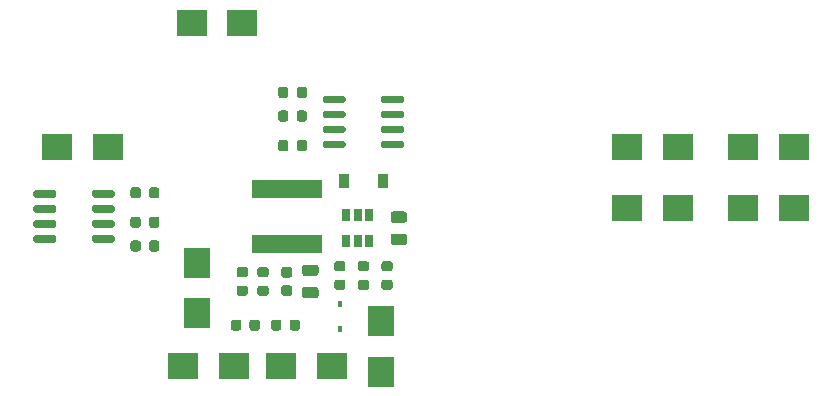
<source format=gbr>
G04 #@! TF.GenerationSoftware,KiCad,Pcbnew,5.1.9-73d0e3b20d~88~ubuntu20.04.1*
G04 #@! TF.CreationDate,2021-04-26T21:02:44-06:00*
G04 #@! TF.ProjectId,pole-node,706f6c65-2d6e-46f6-9465-2e6b69636164,rev?*
G04 #@! TF.SameCoordinates,Original*
G04 #@! TF.FileFunction,Paste,Top*
G04 #@! TF.FilePolarity,Positive*
%FSLAX46Y46*%
G04 Gerber Fmt 4.6, Leading zero omitted, Abs format (unit mm)*
G04 Created by KiCad (PCBNEW 5.1.9-73d0e3b20d~88~ubuntu20.04.1) date 2021-04-26 21:02:44*
%MOMM*%
%LPD*%
G01*
G04 APERTURE LIST*
%ADD10R,2.500000X2.300000*%
%ADD11R,2.300000X2.500000*%
%ADD12R,0.650000X1.060000*%
%ADD13R,5.900000X1.600000*%
%ADD14R,0.450000X0.600000*%
%ADD15R,0.900000X1.200000*%
G04 APERTURE END LIST*
D10*
X88850000Y-53800000D03*
X93150000Y-53800000D03*
D11*
X52400000Y-58400000D03*
X52400000Y-62700000D03*
D10*
X44850000Y-48600000D03*
X40550000Y-48600000D03*
X56250000Y-38100000D03*
X51950000Y-38100000D03*
X98650000Y-48600000D03*
X102950000Y-48600000D03*
X98650000Y-53800000D03*
X102950000Y-53800000D03*
X88850000Y-48600000D03*
X93150000Y-48600000D03*
X63850000Y-67200000D03*
X59550000Y-67200000D03*
X55550000Y-67200000D03*
X51250000Y-67200000D03*
D11*
X68000000Y-63350000D03*
X68000000Y-67650000D03*
G36*
G01*
X59750000Y-60325000D02*
X60250000Y-60325000D01*
G75*
G02*
X60475000Y-60550000I0J-225000D01*
G01*
X60475000Y-61000000D01*
G75*
G02*
X60250000Y-61225000I-225000J0D01*
G01*
X59750000Y-61225000D01*
G75*
G02*
X59525000Y-61000000I0J225000D01*
G01*
X59525000Y-60550000D01*
G75*
G02*
X59750000Y-60325000I225000J0D01*
G01*
G37*
G36*
G01*
X59750000Y-58775000D02*
X60250000Y-58775000D01*
G75*
G02*
X60475000Y-59000000I0J-225000D01*
G01*
X60475000Y-59450000D01*
G75*
G02*
X60250000Y-59675000I-225000J0D01*
G01*
X59750000Y-59675000D01*
G75*
G02*
X59525000Y-59450000I0J225000D01*
G01*
X59525000Y-59000000D01*
G75*
G02*
X59750000Y-58775000I225000J0D01*
G01*
G37*
G36*
G01*
X60250000Y-63956250D02*
X60250000Y-63443750D01*
G75*
G02*
X60468750Y-63225000I218750J0D01*
G01*
X60906250Y-63225000D01*
G75*
G02*
X61125000Y-63443750I0J-218750D01*
G01*
X61125000Y-63956250D01*
G75*
G02*
X60906250Y-64175000I-218750J0D01*
G01*
X60468750Y-64175000D01*
G75*
G02*
X60250000Y-63956250I0J218750D01*
G01*
G37*
G36*
G01*
X58675000Y-63956250D02*
X58675000Y-63443750D01*
G75*
G02*
X58893750Y-63225000I218750J0D01*
G01*
X59331250Y-63225000D01*
G75*
G02*
X59550000Y-63443750I0J-218750D01*
G01*
X59550000Y-63956250D01*
G75*
G02*
X59331250Y-64175000I-218750J0D01*
G01*
X58893750Y-64175000D01*
G75*
G02*
X58675000Y-63956250I0J218750D01*
G01*
G37*
G36*
G01*
X43500000Y-52745000D02*
X43500000Y-52445000D01*
G75*
G02*
X43650000Y-52295000I150000J0D01*
G01*
X45300000Y-52295000D01*
G75*
G02*
X45450000Y-52445000I0J-150000D01*
G01*
X45450000Y-52745000D01*
G75*
G02*
X45300000Y-52895000I-150000J0D01*
G01*
X43650000Y-52895000D01*
G75*
G02*
X43500000Y-52745000I0J150000D01*
G01*
G37*
G36*
G01*
X43500000Y-54015000D02*
X43500000Y-53715000D01*
G75*
G02*
X43650000Y-53565000I150000J0D01*
G01*
X45300000Y-53565000D01*
G75*
G02*
X45450000Y-53715000I0J-150000D01*
G01*
X45450000Y-54015000D01*
G75*
G02*
X45300000Y-54165000I-150000J0D01*
G01*
X43650000Y-54165000D01*
G75*
G02*
X43500000Y-54015000I0J150000D01*
G01*
G37*
G36*
G01*
X43500000Y-55285000D02*
X43500000Y-54985000D01*
G75*
G02*
X43650000Y-54835000I150000J0D01*
G01*
X45300000Y-54835000D01*
G75*
G02*
X45450000Y-54985000I0J-150000D01*
G01*
X45450000Y-55285000D01*
G75*
G02*
X45300000Y-55435000I-150000J0D01*
G01*
X43650000Y-55435000D01*
G75*
G02*
X43500000Y-55285000I0J150000D01*
G01*
G37*
G36*
G01*
X43500000Y-56555000D02*
X43500000Y-56255000D01*
G75*
G02*
X43650000Y-56105000I150000J0D01*
G01*
X45300000Y-56105000D01*
G75*
G02*
X45450000Y-56255000I0J-150000D01*
G01*
X45450000Y-56555000D01*
G75*
G02*
X45300000Y-56705000I-150000J0D01*
G01*
X43650000Y-56705000D01*
G75*
G02*
X43500000Y-56555000I0J150000D01*
G01*
G37*
G36*
G01*
X38550000Y-56555000D02*
X38550000Y-56255000D01*
G75*
G02*
X38700000Y-56105000I150000J0D01*
G01*
X40350000Y-56105000D01*
G75*
G02*
X40500000Y-56255000I0J-150000D01*
G01*
X40500000Y-56555000D01*
G75*
G02*
X40350000Y-56705000I-150000J0D01*
G01*
X38700000Y-56705000D01*
G75*
G02*
X38550000Y-56555000I0J150000D01*
G01*
G37*
G36*
G01*
X38550000Y-55285000D02*
X38550000Y-54985000D01*
G75*
G02*
X38700000Y-54835000I150000J0D01*
G01*
X40350000Y-54835000D01*
G75*
G02*
X40500000Y-54985000I0J-150000D01*
G01*
X40500000Y-55285000D01*
G75*
G02*
X40350000Y-55435000I-150000J0D01*
G01*
X38700000Y-55435000D01*
G75*
G02*
X38550000Y-55285000I0J150000D01*
G01*
G37*
G36*
G01*
X38550000Y-54015000D02*
X38550000Y-53715000D01*
G75*
G02*
X38700000Y-53565000I150000J0D01*
G01*
X40350000Y-53565000D01*
G75*
G02*
X40500000Y-53715000I0J-150000D01*
G01*
X40500000Y-54015000D01*
G75*
G02*
X40350000Y-54165000I-150000J0D01*
G01*
X38700000Y-54165000D01*
G75*
G02*
X38550000Y-54015000I0J150000D01*
G01*
G37*
G36*
G01*
X38550000Y-52745000D02*
X38550000Y-52445000D01*
G75*
G02*
X38700000Y-52295000I150000J0D01*
G01*
X40350000Y-52295000D01*
G75*
G02*
X40500000Y-52445000I0J-150000D01*
G01*
X40500000Y-52745000D01*
G75*
G02*
X40350000Y-52895000I-150000J0D01*
G01*
X38700000Y-52895000D01*
G75*
G02*
X38550000Y-52745000I0J150000D01*
G01*
G37*
G36*
G01*
X65000000Y-48255000D02*
X65000000Y-48555000D01*
G75*
G02*
X64850000Y-48705000I-150000J0D01*
G01*
X63200000Y-48705000D01*
G75*
G02*
X63050000Y-48555000I0J150000D01*
G01*
X63050000Y-48255000D01*
G75*
G02*
X63200000Y-48105000I150000J0D01*
G01*
X64850000Y-48105000D01*
G75*
G02*
X65000000Y-48255000I0J-150000D01*
G01*
G37*
G36*
G01*
X65000000Y-46985000D02*
X65000000Y-47285000D01*
G75*
G02*
X64850000Y-47435000I-150000J0D01*
G01*
X63200000Y-47435000D01*
G75*
G02*
X63050000Y-47285000I0J150000D01*
G01*
X63050000Y-46985000D01*
G75*
G02*
X63200000Y-46835000I150000J0D01*
G01*
X64850000Y-46835000D01*
G75*
G02*
X65000000Y-46985000I0J-150000D01*
G01*
G37*
G36*
G01*
X65000000Y-45715000D02*
X65000000Y-46015000D01*
G75*
G02*
X64850000Y-46165000I-150000J0D01*
G01*
X63200000Y-46165000D01*
G75*
G02*
X63050000Y-46015000I0J150000D01*
G01*
X63050000Y-45715000D01*
G75*
G02*
X63200000Y-45565000I150000J0D01*
G01*
X64850000Y-45565000D01*
G75*
G02*
X65000000Y-45715000I0J-150000D01*
G01*
G37*
G36*
G01*
X65000000Y-44445000D02*
X65000000Y-44745000D01*
G75*
G02*
X64850000Y-44895000I-150000J0D01*
G01*
X63200000Y-44895000D01*
G75*
G02*
X63050000Y-44745000I0J150000D01*
G01*
X63050000Y-44445000D01*
G75*
G02*
X63200000Y-44295000I150000J0D01*
G01*
X64850000Y-44295000D01*
G75*
G02*
X65000000Y-44445000I0J-150000D01*
G01*
G37*
G36*
G01*
X69950000Y-44445000D02*
X69950000Y-44745000D01*
G75*
G02*
X69800000Y-44895000I-150000J0D01*
G01*
X68150000Y-44895000D01*
G75*
G02*
X68000000Y-44745000I0J150000D01*
G01*
X68000000Y-44445000D01*
G75*
G02*
X68150000Y-44295000I150000J0D01*
G01*
X69800000Y-44295000D01*
G75*
G02*
X69950000Y-44445000I0J-150000D01*
G01*
G37*
G36*
G01*
X69950000Y-45715000D02*
X69950000Y-46015000D01*
G75*
G02*
X69800000Y-46165000I-150000J0D01*
G01*
X68150000Y-46165000D01*
G75*
G02*
X68000000Y-46015000I0J150000D01*
G01*
X68000000Y-45715000D01*
G75*
G02*
X68150000Y-45565000I150000J0D01*
G01*
X69800000Y-45565000D01*
G75*
G02*
X69950000Y-45715000I0J-150000D01*
G01*
G37*
G36*
G01*
X69950000Y-46985000D02*
X69950000Y-47285000D01*
G75*
G02*
X69800000Y-47435000I-150000J0D01*
G01*
X68150000Y-47435000D01*
G75*
G02*
X68000000Y-47285000I0J150000D01*
G01*
X68000000Y-46985000D01*
G75*
G02*
X68150000Y-46835000I150000J0D01*
G01*
X69800000Y-46835000D01*
G75*
G02*
X69950000Y-46985000I0J-150000D01*
G01*
G37*
G36*
G01*
X69950000Y-48255000D02*
X69950000Y-48555000D01*
G75*
G02*
X69800000Y-48705000I-150000J0D01*
G01*
X68150000Y-48705000D01*
G75*
G02*
X68000000Y-48555000I0J150000D01*
G01*
X68000000Y-48255000D01*
G75*
G02*
X68150000Y-48105000I150000J0D01*
G01*
X69800000Y-48105000D01*
G75*
G02*
X69950000Y-48255000I0J-150000D01*
G01*
G37*
D12*
X66000000Y-54400000D03*
X65050000Y-54400000D03*
X66950000Y-54400000D03*
X66950000Y-56600000D03*
X66000000Y-56600000D03*
X65050000Y-56600000D03*
G36*
G01*
X57743750Y-60350000D02*
X58256250Y-60350000D01*
G75*
G02*
X58475000Y-60568750I0J-218750D01*
G01*
X58475000Y-61006250D01*
G75*
G02*
X58256250Y-61225000I-218750J0D01*
G01*
X57743750Y-61225000D01*
G75*
G02*
X57525000Y-61006250I0J218750D01*
G01*
X57525000Y-60568750D01*
G75*
G02*
X57743750Y-60350000I218750J0D01*
G01*
G37*
G36*
G01*
X57743750Y-58775000D02*
X58256250Y-58775000D01*
G75*
G02*
X58475000Y-58993750I0J-218750D01*
G01*
X58475000Y-59431250D01*
G75*
G02*
X58256250Y-59650000I-218750J0D01*
G01*
X57743750Y-59650000D01*
G75*
G02*
X57525000Y-59431250I0J218750D01*
G01*
X57525000Y-58993750D01*
G75*
G02*
X57743750Y-58775000I218750J0D01*
G01*
G37*
G36*
G01*
X48350000Y-55256250D02*
X48350000Y-54743750D01*
G75*
G02*
X48568750Y-54525000I218750J0D01*
G01*
X49006250Y-54525000D01*
G75*
G02*
X49225000Y-54743750I0J-218750D01*
G01*
X49225000Y-55256250D01*
G75*
G02*
X49006250Y-55475000I-218750J0D01*
G01*
X48568750Y-55475000D01*
G75*
G02*
X48350000Y-55256250I0J218750D01*
G01*
G37*
G36*
G01*
X46775000Y-55256250D02*
X46775000Y-54743750D01*
G75*
G02*
X46993750Y-54525000I218750J0D01*
G01*
X47431250Y-54525000D01*
G75*
G02*
X47650000Y-54743750I0J-218750D01*
G01*
X47650000Y-55256250D01*
G75*
G02*
X47431250Y-55475000I-218750J0D01*
G01*
X46993750Y-55475000D01*
G75*
G02*
X46775000Y-55256250I0J218750D01*
G01*
G37*
G36*
G01*
X60150000Y-45743750D02*
X60150000Y-46256250D01*
G75*
G02*
X59931250Y-46475000I-218750J0D01*
G01*
X59493750Y-46475000D01*
G75*
G02*
X59275000Y-46256250I0J218750D01*
G01*
X59275000Y-45743750D01*
G75*
G02*
X59493750Y-45525000I218750J0D01*
G01*
X59931250Y-45525000D01*
G75*
G02*
X60150000Y-45743750I0J-218750D01*
G01*
G37*
G36*
G01*
X61725000Y-45743750D02*
X61725000Y-46256250D01*
G75*
G02*
X61506250Y-46475000I-218750J0D01*
G01*
X61068750Y-46475000D01*
G75*
G02*
X60850000Y-46256250I0J218750D01*
G01*
X60850000Y-45743750D01*
G75*
G02*
X61068750Y-45525000I218750J0D01*
G01*
X61506250Y-45525000D01*
G75*
G02*
X61725000Y-45743750I0J-218750D01*
G01*
G37*
G36*
G01*
X68243750Y-59850000D02*
X68756250Y-59850000D01*
G75*
G02*
X68975000Y-60068750I0J-218750D01*
G01*
X68975000Y-60506250D01*
G75*
G02*
X68756250Y-60725000I-218750J0D01*
G01*
X68243750Y-60725000D01*
G75*
G02*
X68025000Y-60506250I0J218750D01*
G01*
X68025000Y-60068750D01*
G75*
G02*
X68243750Y-59850000I218750J0D01*
G01*
G37*
G36*
G01*
X68243750Y-58275000D02*
X68756250Y-58275000D01*
G75*
G02*
X68975000Y-58493750I0J-218750D01*
G01*
X68975000Y-58931250D01*
G75*
G02*
X68756250Y-59150000I-218750J0D01*
G01*
X68243750Y-59150000D01*
G75*
G02*
X68025000Y-58931250I0J218750D01*
G01*
X68025000Y-58493750D01*
G75*
G02*
X68243750Y-58275000I218750J0D01*
G01*
G37*
G36*
G01*
X66756250Y-59150000D02*
X66243750Y-59150000D01*
G75*
G02*
X66025000Y-58931250I0J218750D01*
G01*
X66025000Y-58493750D01*
G75*
G02*
X66243750Y-58275000I218750J0D01*
G01*
X66756250Y-58275000D01*
G75*
G02*
X66975000Y-58493750I0J-218750D01*
G01*
X66975000Y-58931250D01*
G75*
G02*
X66756250Y-59150000I-218750J0D01*
G01*
G37*
G36*
G01*
X66756250Y-60725000D02*
X66243750Y-60725000D01*
G75*
G02*
X66025000Y-60506250I0J218750D01*
G01*
X66025000Y-60068750D01*
G75*
G02*
X66243750Y-59850000I218750J0D01*
G01*
X66756250Y-59850000D01*
G75*
G02*
X66975000Y-60068750I0J-218750D01*
G01*
X66975000Y-60506250D01*
G75*
G02*
X66756250Y-60725000I-218750J0D01*
G01*
G37*
D13*
X60000000Y-56850000D03*
X60000000Y-52150000D03*
G36*
G01*
X55993750Y-60350000D02*
X56506250Y-60350000D01*
G75*
G02*
X56725000Y-60568750I0J-218750D01*
G01*
X56725000Y-61006250D01*
G75*
G02*
X56506250Y-61225000I-218750J0D01*
G01*
X55993750Y-61225000D01*
G75*
G02*
X55775000Y-61006250I0J218750D01*
G01*
X55775000Y-60568750D01*
G75*
G02*
X55993750Y-60350000I218750J0D01*
G01*
G37*
G36*
G01*
X55993750Y-58775000D02*
X56506250Y-58775000D01*
G75*
G02*
X56725000Y-58993750I0J-218750D01*
G01*
X56725000Y-59431250D01*
G75*
G02*
X56506250Y-59650000I-218750J0D01*
G01*
X55993750Y-59650000D01*
G75*
G02*
X55775000Y-59431250I0J218750D01*
G01*
X55775000Y-58993750D01*
G75*
G02*
X55993750Y-58775000I218750J0D01*
G01*
G37*
D14*
X64500000Y-64050000D03*
X64500000Y-61950000D03*
D15*
X68150000Y-51500000D03*
X64850000Y-51500000D03*
G36*
G01*
X56850000Y-63956250D02*
X56850000Y-63443750D01*
G75*
G02*
X57068750Y-63225000I218750J0D01*
G01*
X57506250Y-63225000D01*
G75*
G02*
X57725000Y-63443750I0J-218750D01*
G01*
X57725000Y-63956250D01*
G75*
G02*
X57506250Y-64175000I-218750J0D01*
G01*
X57068750Y-64175000D01*
G75*
G02*
X56850000Y-63956250I0J218750D01*
G01*
G37*
G36*
G01*
X55275000Y-63956250D02*
X55275000Y-63443750D01*
G75*
G02*
X55493750Y-63225000I218750J0D01*
G01*
X55931250Y-63225000D01*
G75*
G02*
X56150000Y-63443750I0J-218750D01*
G01*
X56150000Y-63956250D01*
G75*
G02*
X55931250Y-64175000I-218750J0D01*
G01*
X55493750Y-64175000D01*
G75*
G02*
X55275000Y-63956250I0J218750D01*
G01*
G37*
G36*
G01*
X48350000Y-52756250D02*
X48350000Y-52243750D01*
G75*
G02*
X48568750Y-52025000I218750J0D01*
G01*
X49006250Y-52025000D01*
G75*
G02*
X49225000Y-52243750I0J-218750D01*
G01*
X49225000Y-52756250D01*
G75*
G02*
X49006250Y-52975000I-218750J0D01*
G01*
X48568750Y-52975000D01*
G75*
G02*
X48350000Y-52756250I0J218750D01*
G01*
G37*
G36*
G01*
X46775000Y-52756250D02*
X46775000Y-52243750D01*
G75*
G02*
X46993750Y-52025000I218750J0D01*
G01*
X47431250Y-52025000D01*
G75*
G02*
X47650000Y-52243750I0J-218750D01*
G01*
X47650000Y-52756250D01*
G75*
G02*
X47431250Y-52975000I-218750J0D01*
G01*
X46993750Y-52975000D01*
G75*
G02*
X46775000Y-52756250I0J218750D01*
G01*
G37*
G36*
G01*
X60150000Y-48243750D02*
X60150000Y-48756250D01*
G75*
G02*
X59931250Y-48975000I-218750J0D01*
G01*
X59493750Y-48975000D01*
G75*
G02*
X59275000Y-48756250I0J218750D01*
G01*
X59275000Y-48243750D01*
G75*
G02*
X59493750Y-48025000I218750J0D01*
G01*
X59931250Y-48025000D01*
G75*
G02*
X60150000Y-48243750I0J-218750D01*
G01*
G37*
G36*
G01*
X61725000Y-48243750D02*
X61725000Y-48756250D01*
G75*
G02*
X61506250Y-48975000I-218750J0D01*
G01*
X61068750Y-48975000D01*
G75*
G02*
X60850000Y-48756250I0J218750D01*
G01*
X60850000Y-48243750D01*
G75*
G02*
X61068750Y-48025000I218750J0D01*
G01*
X61506250Y-48025000D01*
G75*
G02*
X61725000Y-48243750I0J-218750D01*
G01*
G37*
G36*
G01*
X47650000Y-56743750D02*
X47650000Y-57256250D01*
G75*
G02*
X47431250Y-57475000I-218750J0D01*
G01*
X46993750Y-57475000D01*
G75*
G02*
X46775000Y-57256250I0J218750D01*
G01*
X46775000Y-56743750D01*
G75*
G02*
X46993750Y-56525000I218750J0D01*
G01*
X47431250Y-56525000D01*
G75*
G02*
X47650000Y-56743750I0J-218750D01*
G01*
G37*
G36*
G01*
X49225000Y-56743750D02*
X49225000Y-57256250D01*
G75*
G02*
X49006250Y-57475000I-218750J0D01*
G01*
X48568750Y-57475000D01*
G75*
G02*
X48350000Y-57256250I0J218750D01*
G01*
X48350000Y-56743750D01*
G75*
G02*
X48568750Y-56525000I218750J0D01*
G01*
X49006250Y-56525000D01*
G75*
G02*
X49225000Y-56743750I0J-218750D01*
G01*
G37*
G36*
G01*
X60850000Y-44256250D02*
X60850000Y-43743750D01*
G75*
G02*
X61068750Y-43525000I218750J0D01*
G01*
X61506250Y-43525000D01*
G75*
G02*
X61725000Y-43743750I0J-218750D01*
G01*
X61725000Y-44256250D01*
G75*
G02*
X61506250Y-44475000I-218750J0D01*
G01*
X61068750Y-44475000D01*
G75*
G02*
X60850000Y-44256250I0J218750D01*
G01*
G37*
G36*
G01*
X59275000Y-44256250D02*
X59275000Y-43743750D01*
G75*
G02*
X59493750Y-43525000I218750J0D01*
G01*
X59931250Y-43525000D01*
G75*
G02*
X60150000Y-43743750I0J-218750D01*
G01*
X60150000Y-44256250D01*
G75*
G02*
X59931250Y-44475000I-218750J0D01*
G01*
X59493750Y-44475000D01*
G75*
G02*
X59275000Y-44256250I0J218750D01*
G01*
G37*
G36*
G01*
X61543750Y-60450000D02*
X62456250Y-60450000D01*
G75*
G02*
X62700000Y-60693750I0J-243750D01*
G01*
X62700000Y-61181250D01*
G75*
G02*
X62456250Y-61425000I-243750J0D01*
G01*
X61543750Y-61425000D01*
G75*
G02*
X61300000Y-61181250I0J243750D01*
G01*
X61300000Y-60693750D01*
G75*
G02*
X61543750Y-60450000I243750J0D01*
G01*
G37*
G36*
G01*
X61543750Y-58575000D02*
X62456250Y-58575000D01*
G75*
G02*
X62700000Y-58818750I0J-243750D01*
G01*
X62700000Y-59306250D01*
G75*
G02*
X62456250Y-59550000I-243750J0D01*
G01*
X61543750Y-59550000D01*
G75*
G02*
X61300000Y-59306250I0J243750D01*
G01*
X61300000Y-58818750D01*
G75*
G02*
X61543750Y-58575000I243750J0D01*
G01*
G37*
G36*
G01*
X64756250Y-59150000D02*
X64243750Y-59150000D01*
G75*
G02*
X64025000Y-58931250I0J218750D01*
G01*
X64025000Y-58493750D01*
G75*
G02*
X64243750Y-58275000I218750J0D01*
G01*
X64756250Y-58275000D01*
G75*
G02*
X64975000Y-58493750I0J-218750D01*
G01*
X64975000Y-58931250D01*
G75*
G02*
X64756250Y-59150000I-218750J0D01*
G01*
G37*
G36*
G01*
X64756250Y-60725000D02*
X64243750Y-60725000D01*
G75*
G02*
X64025000Y-60506250I0J218750D01*
G01*
X64025000Y-60068750D01*
G75*
G02*
X64243750Y-59850000I218750J0D01*
G01*
X64756250Y-59850000D01*
G75*
G02*
X64975000Y-60068750I0J-218750D01*
G01*
X64975000Y-60506250D01*
G75*
G02*
X64756250Y-60725000I-218750J0D01*
G01*
G37*
G36*
G01*
X69043750Y-55950000D02*
X69956250Y-55950000D01*
G75*
G02*
X70200000Y-56193750I0J-243750D01*
G01*
X70200000Y-56681250D01*
G75*
G02*
X69956250Y-56925000I-243750J0D01*
G01*
X69043750Y-56925000D01*
G75*
G02*
X68800000Y-56681250I0J243750D01*
G01*
X68800000Y-56193750D01*
G75*
G02*
X69043750Y-55950000I243750J0D01*
G01*
G37*
G36*
G01*
X69043750Y-54075000D02*
X69956250Y-54075000D01*
G75*
G02*
X70200000Y-54318750I0J-243750D01*
G01*
X70200000Y-54806250D01*
G75*
G02*
X69956250Y-55050000I-243750J0D01*
G01*
X69043750Y-55050000D01*
G75*
G02*
X68800000Y-54806250I0J243750D01*
G01*
X68800000Y-54318750D01*
G75*
G02*
X69043750Y-54075000I243750J0D01*
G01*
G37*
M02*

</source>
